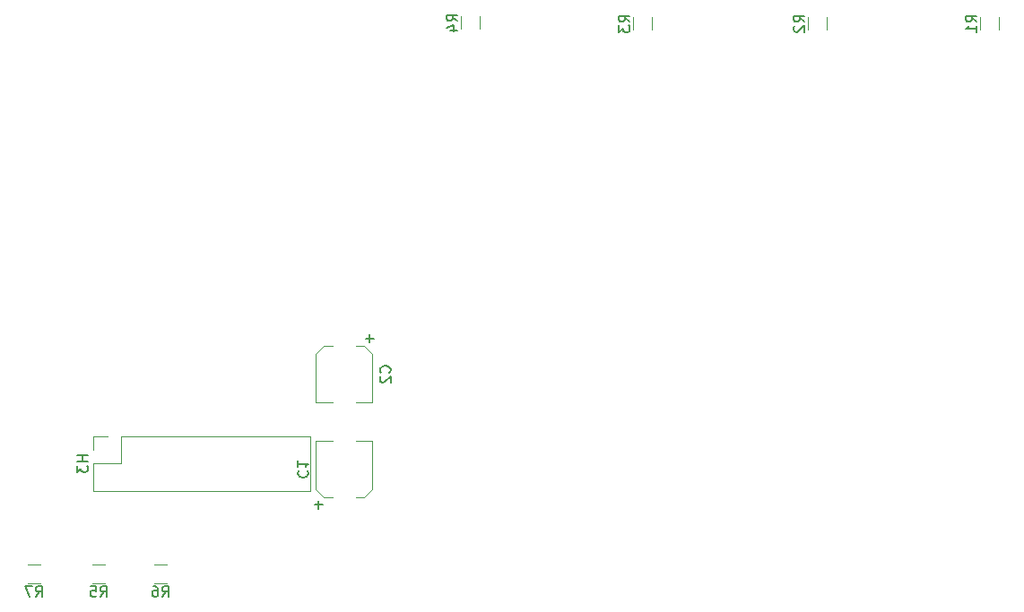
<source format=gbr>
%TF.GenerationSoftware,KiCad,Pcbnew,(5.1.6-0)*%
%TF.CreationDate,2023-02-20T11:30:03-05:00*%
%TF.ProjectId,Test Board Euro,54657374-2042-46f6-9172-64204575726f,rev?*%
%TF.SameCoordinates,Original*%
%TF.FileFunction,Legend,Bot*%
%TF.FilePolarity,Positive*%
%FSLAX46Y46*%
G04 Gerber Fmt 4.6, Leading zero omitted, Abs format (unit mm)*
G04 Created by KiCad (PCBNEW (5.1.6-0)) date 2023-02-20 11:30:03*
%MOMM*%
%LPD*%
G01*
G04 APERTURE LIST*
%ADD10C,0.120000*%
%ADD11C,0.150000*%
G04 APERTURE END LIST*
D10*
%TO.C,C2*%
X111636000Y-120974000D02*
X110086000Y-120974000D01*
X106296000Y-120974000D02*
X107846000Y-120974000D01*
X110876000Y-115634000D02*
X110086000Y-115634000D01*
X107056000Y-115634000D02*
X107846000Y-115634000D01*
X106296000Y-120974000D02*
X106296000Y-116394000D01*
X106296000Y-116394000D02*
X107056000Y-115634000D01*
X110876000Y-115634000D02*
X111636000Y-116394000D01*
X111636000Y-116394000D02*
X111636000Y-120974000D01*
%TO.C,C1*%
X106296000Y-124584000D02*
X107846000Y-124584000D01*
X111636000Y-124584000D02*
X110086000Y-124584000D01*
X107056000Y-129924000D02*
X107846000Y-129924000D01*
X110876000Y-129924000D02*
X110086000Y-129924000D01*
X111636000Y-124584000D02*
X111636000Y-129164000D01*
X111636000Y-129164000D02*
X110876000Y-129924000D01*
X107056000Y-129924000D02*
X106296000Y-129164000D01*
X106296000Y-129164000D02*
X106296000Y-124584000D01*
%TO.C,R7*%
X80276000Y-136280000D02*
X79076000Y-136280000D01*
X79076000Y-138040000D02*
X80276000Y-138040000D01*
%TO.C,R6*%
X92214000Y-136280000D02*
X91014000Y-136280000D01*
X91014000Y-138040000D02*
X92214000Y-138040000D01*
%TO.C,R5*%
X86372000Y-136280000D02*
X85172000Y-136280000D01*
X85172000Y-138040000D02*
X86372000Y-138040000D01*
%TO.C,R4*%
X121784000Y-85690000D02*
X121784000Y-84490000D01*
X120024000Y-84490000D02*
X120024000Y-85690000D01*
%TO.C,R3*%
X138040000Y-85770000D02*
X138040000Y-84570000D01*
X136280000Y-84570000D02*
X136280000Y-85770000D01*
%TO.C,R2*%
X154550000Y-85770000D02*
X154550000Y-84570000D01*
X152790000Y-84570000D02*
X152790000Y-85770000D01*
%TO.C,R1*%
X170806000Y-85770000D02*
X170806000Y-84570000D01*
X169046000Y-84570000D02*
X169046000Y-85770000D01*
%TO.C,H3*%
X105724000Y-124146000D02*
X105724000Y-129346000D01*
X87884000Y-124146000D02*
X105724000Y-124146000D01*
X85284000Y-129346000D02*
X105724000Y-129346000D01*
X87884000Y-124146000D02*
X87884000Y-126746000D01*
X87884000Y-126746000D02*
X85284000Y-126746000D01*
X85284000Y-126746000D02*
X85284000Y-129346000D01*
X86614000Y-124146000D02*
X85284000Y-124146000D01*
X85284000Y-124146000D02*
X85284000Y-125476000D01*
%TO.C,C2*%
D11*
X113243142Y-118137333D02*
X113290761Y-118089714D01*
X113338380Y-117946857D01*
X113338380Y-117851619D01*
X113290761Y-117708761D01*
X113195523Y-117613523D01*
X113100285Y-117565904D01*
X112909809Y-117518285D01*
X112766952Y-117518285D01*
X112576476Y-117565904D01*
X112481238Y-117613523D01*
X112386000Y-117708761D01*
X112338380Y-117851619D01*
X112338380Y-117946857D01*
X112386000Y-118089714D01*
X112433619Y-118137333D01*
X112433619Y-118518285D02*
X112386000Y-118565904D01*
X112338380Y-118661142D01*
X112338380Y-118899238D01*
X112386000Y-118994476D01*
X112433619Y-119042095D01*
X112528857Y-119089714D01*
X112624095Y-119089714D01*
X112766952Y-119042095D01*
X113338380Y-118470666D01*
X113338380Y-119089714D01*
X111387428Y-114543047D02*
X111387428Y-115304952D01*
X111768380Y-114924000D02*
X111006476Y-114924000D01*
%TO.C,C1*%
X104688857Y-127420666D02*
X104641238Y-127468285D01*
X104593619Y-127611142D01*
X104593619Y-127706380D01*
X104641238Y-127849238D01*
X104736476Y-127944476D01*
X104831714Y-127992095D01*
X105022190Y-128039714D01*
X105165047Y-128039714D01*
X105355523Y-127992095D01*
X105450761Y-127944476D01*
X105546000Y-127849238D01*
X105593619Y-127706380D01*
X105593619Y-127611142D01*
X105546000Y-127468285D01*
X105498380Y-127420666D01*
X104593619Y-126468285D02*
X104593619Y-127039714D01*
X104593619Y-126754000D02*
X105593619Y-126754000D01*
X105450761Y-126849238D01*
X105355523Y-126944476D01*
X105307904Y-127039714D01*
X106544571Y-131014952D02*
X106544571Y-130253047D01*
X106163619Y-130634000D02*
X106925523Y-130634000D01*
%TO.C,R7*%
X79842666Y-139312380D02*
X80176000Y-138836190D01*
X80414095Y-139312380D02*
X80414095Y-138312380D01*
X80033142Y-138312380D01*
X79937904Y-138360000D01*
X79890285Y-138407619D01*
X79842666Y-138502857D01*
X79842666Y-138645714D01*
X79890285Y-138740952D01*
X79937904Y-138788571D01*
X80033142Y-138836190D01*
X80414095Y-138836190D01*
X79509333Y-138312380D02*
X78842666Y-138312380D01*
X79271238Y-139312380D01*
%TO.C,R6*%
X91780666Y-139312380D02*
X92114000Y-138836190D01*
X92352095Y-139312380D02*
X92352095Y-138312380D01*
X91971142Y-138312380D01*
X91875904Y-138360000D01*
X91828285Y-138407619D01*
X91780666Y-138502857D01*
X91780666Y-138645714D01*
X91828285Y-138740952D01*
X91875904Y-138788571D01*
X91971142Y-138836190D01*
X92352095Y-138836190D01*
X90923523Y-138312380D02*
X91114000Y-138312380D01*
X91209238Y-138360000D01*
X91256857Y-138407619D01*
X91352095Y-138550476D01*
X91399714Y-138740952D01*
X91399714Y-139121904D01*
X91352095Y-139217142D01*
X91304476Y-139264761D01*
X91209238Y-139312380D01*
X91018761Y-139312380D01*
X90923523Y-139264761D01*
X90875904Y-139217142D01*
X90828285Y-139121904D01*
X90828285Y-138883809D01*
X90875904Y-138788571D01*
X90923523Y-138740952D01*
X91018761Y-138693333D01*
X91209238Y-138693333D01*
X91304476Y-138740952D01*
X91352095Y-138788571D01*
X91399714Y-138883809D01*
%TO.C,R5*%
X85938666Y-139312380D02*
X86272000Y-138836190D01*
X86510095Y-139312380D02*
X86510095Y-138312380D01*
X86129142Y-138312380D01*
X86033904Y-138360000D01*
X85986285Y-138407619D01*
X85938666Y-138502857D01*
X85938666Y-138645714D01*
X85986285Y-138740952D01*
X86033904Y-138788571D01*
X86129142Y-138836190D01*
X86510095Y-138836190D01*
X85033904Y-138312380D02*
X85510095Y-138312380D01*
X85557714Y-138788571D01*
X85510095Y-138740952D01*
X85414857Y-138693333D01*
X85176761Y-138693333D01*
X85081523Y-138740952D01*
X85033904Y-138788571D01*
X84986285Y-138883809D01*
X84986285Y-139121904D01*
X85033904Y-139217142D01*
X85081523Y-139264761D01*
X85176761Y-139312380D01*
X85414857Y-139312380D01*
X85510095Y-139264761D01*
X85557714Y-139217142D01*
%TO.C,R4*%
X119656380Y-84923333D02*
X119180190Y-84590000D01*
X119656380Y-84351904D02*
X118656380Y-84351904D01*
X118656380Y-84732857D01*
X118704000Y-84828095D01*
X118751619Y-84875714D01*
X118846857Y-84923333D01*
X118989714Y-84923333D01*
X119084952Y-84875714D01*
X119132571Y-84828095D01*
X119180190Y-84732857D01*
X119180190Y-84351904D01*
X118989714Y-85780476D02*
X119656380Y-85780476D01*
X118608761Y-85542380D02*
X119323047Y-85304285D01*
X119323047Y-85923333D01*
%TO.C,R3*%
X135912380Y-85003333D02*
X135436190Y-84670000D01*
X135912380Y-84431904D02*
X134912380Y-84431904D01*
X134912380Y-84812857D01*
X134960000Y-84908095D01*
X135007619Y-84955714D01*
X135102857Y-85003333D01*
X135245714Y-85003333D01*
X135340952Y-84955714D01*
X135388571Y-84908095D01*
X135436190Y-84812857D01*
X135436190Y-84431904D01*
X134912380Y-85336666D02*
X134912380Y-85955714D01*
X135293333Y-85622380D01*
X135293333Y-85765238D01*
X135340952Y-85860476D01*
X135388571Y-85908095D01*
X135483809Y-85955714D01*
X135721904Y-85955714D01*
X135817142Y-85908095D01*
X135864761Y-85860476D01*
X135912380Y-85765238D01*
X135912380Y-85479523D01*
X135864761Y-85384285D01*
X135817142Y-85336666D01*
%TO.C,R2*%
X152422380Y-85003333D02*
X151946190Y-84670000D01*
X152422380Y-84431904D02*
X151422380Y-84431904D01*
X151422380Y-84812857D01*
X151470000Y-84908095D01*
X151517619Y-84955714D01*
X151612857Y-85003333D01*
X151755714Y-85003333D01*
X151850952Y-84955714D01*
X151898571Y-84908095D01*
X151946190Y-84812857D01*
X151946190Y-84431904D01*
X151517619Y-85384285D02*
X151470000Y-85431904D01*
X151422380Y-85527142D01*
X151422380Y-85765238D01*
X151470000Y-85860476D01*
X151517619Y-85908095D01*
X151612857Y-85955714D01*
X151708095Y-85955714D01*
X151850952Y-85908095D01*
X152422380Y-85336666D01*
X152422380Y-85955714D01*
%TO.C,R1*%
X168678380Y-85003333D02*
X168202190Y-84670000D01*
X168678380Y-84431904D02*
X167678380Y-84431904D01*
X167678380Y-84812857D01*
X167726000Y-84908095D01*
X167773619Y-84955714D01*
X167868857Y-85003333D01*
X168011714Y-85003333D01*
X168106952Y-84955714D01*
X168154571Y-84908095D01*
X168202190Y-84812857D01*
X168202190Y-84431904D01*
X168678380Y-85955714D02*
X168678380Y-85384285D01*
X168678380Y-85670000D02*
X167678380Y-85670000D01*
X167821238Y-85574761D01*
X167916476Y-85479523D01*
X167964095Y-85384285D01*
%TO.C,H3*%
X84736380Y-125984095D02*
X83736380Y-125984095D01*
X84212571Y-125984095D02*
X84212571Y-126555523D01*
X84736380Y-126555523D02*
X83736380Y-126555523D01*
X83736380Y-126936476D02*
X83736380Y-127555523D01*
X84117333Y-127222190D01*
X84117333Y-127365047D01*
X84164952Y-127460285D01*
X84212571Y-127507904D01*
X84307809Y-127555523D01*
X84545904Y-127555523D01*
X84641142Y-127507904D01*
X84688761Y-127460285D01*
X84736380Y-127365047D01*
X84736380Y-127079333D01*
X84688761Y-126984095D01*
X84641142Y-126936476D01*
%TD*%
M02*

</source>
